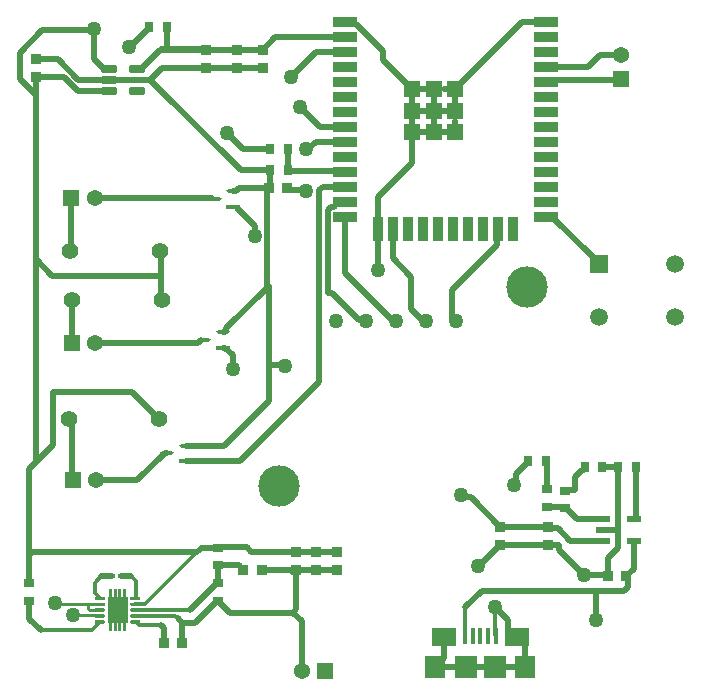
<source format=gtl>
G04*
G04 #@! TF.GenerationSoftware,Altium Limited,Altium Designer,20.1.14 (287)*
G04*
G04 Layer_Physical_Order=1*
G04 Layer_Color=255*
%FSLAX44Y44*%
%MOMM*%
G71*
G04*
G04 #@! TF.SameCoordinates,F73B8E14-7BBA-4DA7-B101-32C151AF21F3*
G04*
G04*
G04 #@! TF.FilePolarity,Positive*
G04*
G01*
G75*
G04:AMPARAMS|DCode=16|XSize=1.35mm|YSize=0.6mm|CornerRadius=0.075mm|HoleSize=0mm|Usage=FLASHONLY|Rotation=0.000|XOffset=0mm|YOffset=0mm|HoleType=Round|Shape=RoundedRectangle|*
%AMROUNDEDRECTD16*
21,1,1.3500,0.4500,0,0,0.0*
21,1,1.2000,0.6000,0,0,0.0*
1,1,0.1500,0.6000,-0.2250*
1,1,0.1500,-0.6000,-0.2250*
1,1,0.1500,-0.6000,0.2250*
1,1,0.1500,0.6000,0.2250*
%
%ADD16ROUNDEDRECTD16*%
%ADD17R,1.2700X0.5588*%
%ADD18R,0.8500X0.8500*%
%ADD19R,2.0000X0.9000*%
%ADD20R,0.9000X2.0000*%
%ADD21R,1.3300X1.3300*%
%ADD22R,0.7000X0.9000*%
%ADD23R,1.1640X0.3358*%
G04:AMPARAMS|DCode=24|XSize=1.164mm|YSize=0.3358mm|CornerRadius=0.1679mm|HoleSize=0mm|Usage=FLASHONLY|Rotation=180.000|XOffset=0mm|YOffset=0mm|HoleType=Round|Shape=RoundedRectangle|*
%AMROUNDEDRECTD24*
21,1,1.1640,0.0000,0,0,180.0*
21,1,0.8281,0.3358,0,0,180.0*
1,1,0.3358,-0.4141,0.0000*
1,1,0.3358,0.4141,0.0000*
1,1,0.3358,0.4141,0.0000*
1,1,0.3358,-0.4141,0.0000*
%
%ADD24ROUNDEDRECTD24*%
%ADD25R,0.5000X0.2000*%
%ADD26R,0.5000X0.5000*%
%ADD27R,1.8000X1.9000*%
%ADD28R,1.9000X1.9000*%
%ADD29R,2.1000X1.6000*%
%ADD30R,0.4000X1.3500*%
%ADD31R,0.5000X0.3000*%
%ADD32R,0.8500X0.8500*%
%ADD33R,0.9000X0.7000*%
%ADD62C,0.5000*%
%ADD63C,0.3000*%
%ADD64C,0.2500*%
%ADD65C,1.4980*%
%ADD66R,1.4980X1.4980*%
%ADD67C,0.3000*%
%ADD68R,1.3680X1.3680*%
%ADD69C,1.3680*%
%ADD70C,0.4000*%
%ADD71C,1.4000*%
%ADD72R,1.3680X1.3680*%
%ADD73C,1.2700*%
%ADD74C,3.5000*%
G36*
X141165Y60616D02*
X141238Y60610D01*
X141311Y60601D01*
X141383Y60587D01*
X141454Y60570D01*
X141525Y60550D01*
X141594Y60525D01*
X141661Y60497D01*
X141728Y60465D01*
X141792Y60430D01*
X141854Y60392D01*
X141915Y60351D01*
X141973Y60306D01*
X142029Y60258D01*
X142082Y60208D01*
X142132Y60155D01*
X142180Y60099D01*
X142225Y60041D01*
X142266Y59981D01*
X142304Y59918D01*
X142339Y59854D01*
X142371Y59788D01*
X142399Y59720D01*
X142423Y59651D01*
X142444Y59580D01*
X142461Y59509D01*
X142475Y59437D01*
X142484Y59364D01*
X142490Y59291D01*
X142492Y59218D01*
X142490Y59145D01*
X142484Y59072D01*
X142475Y58999D01*
X142461Y58927D01*
X142444Y58856D01*
X142423Y58785D01*
X142399Y58716D01*
X142371Y58649D01*
X142339Y58582D01*
X142304Y58518D01*
X142266Y58456D01*
X142225Y58395D01*
X142180Y58337D01*
X142132Y58281D01*
X142082Y58228D01*
X142029Y58178D01*
X141973Y58130D01*
X141915Y58085D01*
X141854Y58044D01*
X141792Y58006D01*
X141728Y57971D01*
X141661Y57939D01*
X141594Y57911D01*
X141525Y57887D01*
X141454Y57866D01*
X141383Y57849D01*
X141311Y57835D01*
X141238Y57826D01*
X141165Y57820D01*
X141092Y57818D01*
X133992D01*
Y60618D01*
X141092D01*
X141165Y60616D01*
D02*
G37*
G36*
Y65616D02*
X141238Y65610D01*
X141311Y65601D01*
X141383Y65587D01*
X141454Y65570D01*
X141525Y65550D01*
X141594Y65525D01*
X141661Y65497D01*
X141728Y65465D01*
X141792Y65430D01*
X141854Y65392D01*
X141915Y65351D01*
X141973Y65306D01*
X142029Y65258D01*
X142082Y65208D01*
X142132Y65155D01*
X142180Y65099D01*
X142225Y65041D01*
X142266Y64981D01*
X142304Y64918D01*
X142339Y64854D01*
X142371Y64787D01*
X142399Y64720D01*
X142423Y64651D01*
X142444Y64580D01*
X142461Y64509D01*
X142475Y64437D01*
X142484Y64364D01*
X142490Y64291D01*
X142492Y64218D01*
X142490Y64145D01*
X142484Y64072D01*
X142475Y63999D01*
X142461Y63927D01*
X142444Y63856D01*
X142423Y63785D01*
X142399Y63716D01*
X142371Y63649D01*
X142339Y63582D01*
X142304Y63518D01*
X142266Y63456D01*
X142225Y63395D01*
X142180Y63337D01*
X142132Y63281D01*
X142082Y63228D01*
X142029Y63178D01*
X141973Y63130D01*
X141915Y63085D01*
X141854Y63044D01*
X141792Y63006D01*
X141728Y62971D01*
X141661Y62939D01*
X141594Y62911D01*
X141525Y62887D01*
X141454Y62866D01*
X141383Y62849D01*
X141311Y62835D01*
X141238Y62826D01*
X141165Y62820D01*
X141092Y62818D01*
X133992D01*
Y65618D01*
X141092D01*
X141165Y65616D01*
D02*
G37*
G36*
Y70616D02*
X141238Y70610D01*
X141311Y70601D01*
X141383Y70587D01*
X141454Y70570D01*
X141525Y70550D01*
X141594Y70525D01*
X141661Y70497D01*
X141728Y70465D01*
X141792Y70430D01*
X141854Y70392D01*
X141915Y70351D01*
X141973Y70306D01*
X142029Y70258D01*
X142082Y70208D01*
X142132Y70155D01*
X142180Y70099D01*
X142225Y70041D01*
X142266Y69981D01*
X142304Y69918D01*
X142339Y69854D01*
X142371Y69788D01*
X142399Y69720D01*
X142423Y69651D01*
X142444Y69580D01*
X142461Y69509D01*
X142475Y69437D01*
X142484Y69364D01*
X142490Y69291D01*
X142492Y69218D01*
X142490Y69145D01*
X142484Y69072D01*
X142475Y68999D01*
X142461Y68927D01*
X142444Y68856D01*
X142423Y68785D01*
X142399Y68716D01*
X142371Y68649D01*
X142339Y68582D01*
X142304Y68518D01*
X142266Y68456D01*
X142225Y68395D01*
X142180Y68337D01*
X142132Y68281D01*
X142082Y68228D01*
X142029Y68178D01*
X141973Y68130D01*
X141915Y68085D01*
X141854Y68044D01*
X141792Y68006D01*
X141728Y67971D01*
X141661Y67939D01*
X141594Y67911D01*
X141525Y67887D01*
X141454Y67866D01*
X141383Y67849D01*
X141311Y67835D01*
X141238Y67826D01*
X141165Y67820D01*
X141092Y67818D01*
X133992D01*
Y70618D01*
X141092D01*
X141165Y70616D01*
D02*
G37*
G36*
Y75616D02*
X141238Y75610D01*
X141311Y75601D01*
X141383Y75587D01*
X141454Y75570D01*
X141525Y75550D01*
X141594Y75525D01*
X141661Y75497D01*
X141728Y75465D01*
X141792Y75430D01*
X141854Y75392D01*
X141915Y75351D01*
X141973Y75306D01*
X142029Y75258D01*
X142082Y75208D01*
X142132Y75155D01*
X142180Y75099D01*
X142225Y75041D01*
X142266Y74981D01*
X142304Y74918D01*
X142339Y74854D01*
X142371Y74788D01*
X142399Y74720D01*
X142423Y74651D01*
X142444Y74580D01*
X142461Y74509D01*
X142475Y74437D01*
X142484Y74364D01*
X142490Y74291D01*
X142492Y74218D01*
X142490Y74145D01*
X142484Y74072D01*
X142475Y73999D01*
X142461Y73927D01*
X142444Y73856D01*
X142423Y73785D01*
X142399Y73716D01*
X142371Y73649D01*
X142339Y73582D01*
X142304Y73518D01*
X142266Y73456D01*
X142225Y73395D01*
X142180Y73337D01*
X142132Y73281D01*
X142082Y73228D01*
X142029Y73178D01*
X141973Y73130D01*
X141915Y73085D01*
X141854Y73044D01*
X141792Y73006D01*
X141728Y72971D01*
X141661Y72939D01*
X141594Y72911D01*
X141525Y72887D01*
X141454Y72866D01*
X141383Y72849D01*
X141311Y72835D01*
X141238Y72826D01*
X141165Y72820D01*
X141092Y72818D01*
X133992D01*
Y75618D01*
X141092D01*
X141165Y75616D01*
D02*
G37*
G36*
Y80616D02*
X141238Y80610D01*
X141311Y80601D01*
X141383Y80587D01*
X141454Y80570D01*
X141525Y80549D01*
X141594Y80525D01*
X141661Y80497D01*
X141728Y80465D01*
X141792Y80430D01*
X141854Y80392D01*
X141915Y80351D01*
X141973Y80306D01*
X142029Y80258D01*
X142082Y80208D01*
X142132Y80155D01*
X142180Y80099D01*
X142225Y80041D01*
X142266Y79981D01*
X142304Y79918D01*
X142339Y79854D01*
X142371Y79787D01*
X142399Y79720D01*
X142423Y79651D01*
X142444Y79580D01*
X142461Y79509D01*
X142475Y79437D01*
X142484Y79364D01*
X142490Y79291D01*
X142492Y79218D01*
X142490Y79145D01*
X142484Y79072D01*
X142475Y78999D01*
X142461Y78927D01*
X142444Y78856D01*
X142423Y78785D01*
X142399Y78716D01*
X142371Y78649D01*
X142339Y78582D01*
X142304Y78518D01*
X142266Y78456D01*
X142225Y78395D01*
X142180Y78337D01*
X142132Y78281D01*
X142082Y78228D01*
X142029Y78178D01*
X141973Y78130D01*
X141915Y78085D01*
X141854Y78044D01*
X141792Y78006D01*
X141728Y77971D01*
X141661Y77939D01*
X141594Y77911D01*
X141525Y77887D01*
X141454Y77866D01*
X141383Y77849D01*
X141311Y77835D01*
X141238Y77826D01*
X141165Y77820D01*
X141092Y77818D01*
X133992D01*
Y80618D01*
X141092D01*
X141165Y80616D01*
D02*
G37*
G36*
X160242Y79968D02*
X161492D01*
Y58468D01*
X160242D01*
Y51468D01*
X157742D01*
Y58468D01*
X156242D01*
Y51468D01*
X153742D01*
Y58468D01*
X152242D01*
Y51468D01*
X149742D01*
Y58468D01*
X148242D01*
Y51468D01*
X145742D01*
Y58468D01*
X144492D01*
Y79968D01*
X145742D01*
Y86968D01*
X148242D01*
Y79968D01*
X149742D01*
Y86968D01*
X152242D01*
Y79968D01*
X153742D01*
Y86968D01*
X156242D01*
Y79968D01*
X157742D01*
Y86968D01*
X160242D01*
Y79968D01*
D02*
G37*
G36*
X171992Y77818D02*
X164892D01*
X164819Y77820D01*
X164746Y77826D01*
X164673Y77835D01*
X164601Y77849D01*
X164530Y77866D01*
X164459Y77887D01*
X164390Y77911D01*
X164323Y77939D01*
X164256Y77971D01*
X164192Y78006D01*
X164130Y78044D01*
X164069Y78085D01*
X164011Y78130D01*
X163955Y78178D01*
X163902Y78228D01*
X163852Y78281D01*
X163804Y78337D01*
X163759Y78395D01*
X163718Y78456D01*
X163680Y78518D01*
X163645Y78582D01*
X163613Y78649D01*
X163585Y78716D01*
X163561Y78785D01*
X163540Y78856D01*
X163523Y78927D01*
X163509Y78999D01*
X163500Y79072D01*
X163494Y79145D01*
X163492Y79218D01*
X163494Y79291D01*
X163500Y79364D01*
X163509Y79437D01*
X163523Y79509D01*
X163540Y79580D01*
X163561Y79651D01*
X163585Y79720D01*
X163613Y79787D01*
X163645Y79854D01*
X163680Y79918D01*
X163718Y79981D01*
X163759Y80041D01*
X163804Y80099D01*
X163852Y80155D01*
X163902Y80208D01*
X163955Y80258D01*
X164011Y80306D01*
X164069Y80351D01*
X164130Y80392D01*
X164192Y80430D01*
X164256Y80465D01*
X164323Y80497D01*
X164390Y80525D01*
X164459Y80549D01*
X164530Y80570D01*
X164601Y80587D01*
X164673Y80601D01*
X164746Y80610D01*
X164819Y80616D01*
X164892Y80618D01*
X171992D01*
Y77818D01*
D02*
G37*
G36*
Y72818D02*
X164892D01*
X164819Y72820D01*
X164746Y72826D01*
X164673Y72835D01*
X164601Y72849D01*
X164530Y72866D01*
X164459Y72887D01*
X164390Y72911D01*
X164323Y72939D01*
X164256Y72971D01*
X164192Y73006D01*
X164130Y73044D01*
X164069Y73085D01*
X164011Y73130D01*
X163955Y73178D01*
X163902Y73228D01*
X163852Y73281D01*
X163804Y73337D01*
X163759Y73395D01*
X163718Y73456D01*
X163680Y73518D01*
X163645Y73582D01*
X163613Y73649D01*
X163585Y73716D01*
X163561Y73785D01*
X163540Y73856D01*
X163523Y73927D01*
X163509Y73999D01*
X163500Y74072D01*
X163494Y74145D01*
X163492Y74218D01*
X163494Y74291D01*
X163500Y74364D01*
X163509Y74437D01*
X163523Y74509D01*
X163540Y74580D01*
X163561Y74651D01*
X163585Y74720D01*
X163613Y74788D01*
X163645Y74854D01*
X163680Y74918D01*
X163718Y74981D01*
X163759Y75041D01*
X163804Y75099D01*
X163852Y75155D01*
X163902Y75208D01*
X163955Y75258D01*
X164011Y75306D01*
X164069Y75351D01*
X164130Y75392D01*
X164192Y75430D01*
X164256Y75465D01*
X164323Y75497D01*
X164390Y75525D01*
X164459Y75550D01*
X164530Y75570D01*
X164601Y75587D01*
X164673Y75601D01*
X164746Y75610D01*
X164819Y75616D01*
X164892Y75618D01*
X171992D01*
Y72818D01*
D02*
G37*
G36*
Y67818D02*
X164892D01*
X164819Y67820D01*
X164746Y67826D01*
X164673Y67835D01*
X164601Y67849D01*
X164530Y67866D01*
X164459Y67887D01*
X164390Y67911D01*
X164323Y67939D01*
X164256Y67971D01*
X164192Y68006D01*
X164130Y68044D01*
X164069Y68085D01*
X164011Y68130D01*
X163955Y68178D01*
X163902Y68228D01*
X163852Y68281D01*
X163804Y68337D01*
X163759Y68395D01*
X163718Y68456D01*
X163680Y68518D01*
X163645Y68582D01*
X163613Y68649D01*
X163585Y68716D01*
X163561Y68785D01*
X163540Y68856D01*
X163523Y68927D01*
X163509Y68999D01*
X163500Y69072D01*
X163494Y69145D01*
X163492Y69218D01*
X163494Y69291D01*
X163500Y69364D01*
X163509Y69437D01*
X163523Y69509D01*
X163540Y69580D01*
X163561Y69651D01*
X163585Y69720D01*
X163613Y69788D01*
X163645Y69854D01*
X163680Y69918D01*
X163718Y69981D01*
X163759Y70041D01*
X163804Y70099D01*
X163852Y70155D01*
X163902Y70208D01*
X163955Y70258D01*
X164011Y70306D01*
X164069Y70351D01*
X164130Y70392D01*
X164192Y70430D01*
X164256Y70465D01*
X164323Y70497D01*
X164390Y70525D01*
X164459Y70550D01*
X164530Y70570D01*
X164601Y70587D01*
X164673Y70601D01*
X164746Y70610D01*
X164819Y70616D01*
X164892Y70618D01*
X171992D01*
Y67818D01*
D02*
G37*
G36*
Y62818D02*
X164892D01*
X164819Y62820D01*
X164746Y62826D01*
X164673Y62835D01*
X164601Y62849D01*
X164530Y62866D01*
X164459Y62887D01*
X164390Y62911D01*
X164323Y62939D01*
X164256Y62971D01*
X164192Y63006D01*
X164130Y63044D01*
X164069Y63085D01*
X164011Y63130D01*
X163955Y63178D01*
X163902Y63228D01*
X163852Y63281D01*
X163804Y63337D01*
X163759Y63395D01*
X163718Y63456D01*
X163680Y63518D01*
X163645Y63582D01*
X163613Y63649D01*
X163585Y63716D01*
X163561Y63785D01*
X163540Y63856D01*
X163523Y63927D01*
X163509Y63999D01*
X163500Y64072D01*
X163494Y64145D01*
X163492Y64218D01*
X163494Y64291D01*
X163500Y64364D01*
X163509Y64437D01*
X163523Y64509D01*
X163540Y64580D01*
X163561Y64651D01*
X163585Y64720D01*
X163613Y64787D01*
X163645Y64854D01*
X163680Y64918D01*
X163718Y64981D01*
X163759Y65041D01*
X163804Y65099D01*
X163852Y65155D01*
X163902Y65208D01*
X163955Y65258D01*
X164011Y65306D01*
X164069Y65351D01*
X164130Y65392D01*
X164192Y65430D01*
X164256Y65465D01*
X164323Y65497D01*
X164390Y65525D01*
X164459Y65550D01*
X164530Y65570D01*
X164601Y65587D01*
X164673Y65601D01*
X164746Y65610D01*
X164819Y65616D01*
X164892Y65618D01*
X171992D01*
Y62818D01*
D02*
G37*
G36*
Y57818D02*
X164892D01*
X164819Y57820D01*
X164746Y57826D01*
X164673Y57835D01*
X164601Y57849D01*
X164530Y57866D01*
X164459Y57887D01*
X164390Y57911D01*
X164323Y57939D01*
X164256Y57971D01*
X164192Y58006D01*
X164130Y58044D01*
X164069Y58085D01*
X164011Y58130D01*
X163955Y58178D01*
X163902Y58228D01*
X163852Y58281D01*
X163804Y58337D01*
X163759Y58395D01*
X163718Y58456D01*
X163680Y58518D01*
X163645Y58582D01*
X163613Y58649D01*
X163585Y58716D01*
X163561Y58785D01*
X163540Y58856D01*
X163523Y58927D01*
X163509Y58999D01*
X163500Y59072D01*
X163494Y59145D01*
X163492Y59218D01*
X163494Y59291D01*
X163500Y59364D01*
X163509Y59437D01*
X163523Y59509D01*
X163540Y59580D01*
X163561Y59651D01*
X163585Y59720D01*
X163613Y59788D01*
X163645Y59854D01*
X163680Y59918D01*
X163718Y59981D01*
X163759Y60041D01*
X163804Y60099D01*
X163852Y60155D01*
X163902Y60208D01*
X163955Y60258D01*
X164011Y60306D01*
X164069Y60351D01*
X164130Y60392D01*
X164192Y60430D01*
X164256Y60465D01*
X164323Y60497D01*
X164390Y60525D01*
X164459Y60550D01*
X164530Y60570D01*
X164601Y60587D01*
X164673Y60601D01*
X164746Y60610D01*
X164819Y60616D01*
X164892Y60618D01*
X171992D01*
Y57818D01*
D02*
G37*
D16*
X145630Y527660D02*
D03*
Y518160D02*
D03*
Y508660D02*
D03*
X169330D02*
D03*
Y527660D02*
D03*
D17*
X564388Y146558D02*
D03*
Y137160D02*
D03*
Y127762D02*
D03*
X590296D02*
D03*
Y146558D02*
D03*
D18*
X339000Y118290D02*
D03*
Y102790D02*
D03*
X517652Y139830D02*
D03*
Y124330D02*
D03*
X304202Y103298D02*
D03*
Y118798D02*
D03*
X84074Y536070D02*
D03*
Y520570D02*
D03*
X227584Y528190D02*
D03*
Y543690D02*
D03*
X477012Y124330D02*
D03*
Y139830D02*
D03*
X275844Y528320D02*
D03*
Y543820D02*
D03*
X254254Y528320D02*
D03*
Y543820D02*
D03*
X320712Y118668D02*
D03*
Y103168D02*
D03*
D19*
X345562Y567190D02*
D03*
Y554490D02*
D03*
Y541790D02*
D03*
Y529090D02*
D03*
Y516390D02*
D03*
Y503690D02*
D03*
Y490990D02*
D03*
Y478290D02*
D03*
Y465590D02*
D03*
Y452890D02*
D03*
Y440190D02*
D03*
Y427490D02*
D03*
Y414790D02*
D03*
Y402090D02*
D03*
X515562D02*
D03*
Y414790D02*
D03*
Y427490D02*
D03*
Y440190D02*
D03*
Y452890D02*
D03*
Y465590D02*
D03*
Y478290D02*
D03*
Y490990D02*
D03*
Y503690D02*
D03*
Y516390D02*
D03*
Y529090D02*
D03*
Y541790D02*
D03*
Y554490D02*
D03*
Y567190D02*
D03*
D20*
X373412Y392090D02*
D03*
X386112D02*
D03*
X398812D02*
D03*
X411512D02*
D03*
X424212D02*
D03*
X436912D02*
D03*
X449612D02*
D03*
X462312D02*
D03*
X475012D02*
D03*
X487712D02*
D03*
D21*
X402212Y510540D02*
D03*
X420562D02*
D03*
X438912D02*
D03*
X402212Y492190D02*
D03*
X420562D02*
D03*
X438912D02*
D03*
X402212Y473840D02*
D03*
X420562D02*
D03*
X438912D02*
D03*
D22*
X297448Y441706D02*
D03*
X282448D02*
D03*
X515500Y195580D02*
D03*
X500500D02*
D03*
X563506Y190246D02*
D03*
X548506D02*
D03*
X591954Y190754D02*
D03*
X576954D02*
D03*
X194444Y562864D02*
D03*
X179444D02*
D03*
X282194Y459486D02*
D03*
X297194D02*
D03*
D23*
X250779Y410822D02*
D03*
X210647Y195430D02*
D03*
X241889Y291442D02*
D03*
D24*
X250779Y423822D02*
D03*
X235377Y417322D02*
D03*
X195245Y201930D02*
D03*
X210647Y208430D02*
D03*
X226487Y297942D02*
D03*
X241889Y304442D02*
D03*
D25*
X167742Y79218D02*
D03*
Y74218D02*
D03*
Y69218D02*
D03*
Y64218D02*
D03*
Y59218D02*
D03*
X138242D02*
D03*
Y64218D02*
D03*
Y69218D02*
D03*
Y74218D02*
D03*
Y79218D02*
D03*
D26*
X152992Y69218D02*
D03*
D27*
X498186Y20828D02*
D03*
X422186D02*
D03*
D28*
X472186D02*
D03*
X448186D02*
D03*
D29*
X491186Y46328D02*
D03*
X429186D02*
D03*
D30*
X473186Y47578D02*
D03*
X447186D02*
D03*
X466686D02*
D03*
X453686D02*
D03*
X460186D02*
D03*
D31*
X155500Y98094D02*
D03*
X148500D02*
D03*
D32*
X207812Y41198D02*
D03*
X192312D02*
D03*
X275122Y103428D02*
D03*
X259622D02*
D03*
X583822Y97790D02*
D03*
X568322D02*
D03*
X296548Y426212D02*
D03*
X281048D02*
D03*
D33*
X238162Y122118D02*
D03*
Y107118D02*
D03*
X238162Y91758D02*
D03*
Y76758D02*
D03*
X78142Y91878D02*
D03*
Y76878D02*
D03*
X516382Y156330D02*
D03*
Y171330D02*
D03*
X531876Y170314D02*
D03*
Y155314D02*
D03*
D62*
X134300Y295148D02*
X221194D01*
X223988Y297942D01*
X114300Y295148D02*
Y331470D01*
X97783Y352425D02*
X189865D01*
X84074Y194936D02*
Y366134D01*
Y505004D01*
Y366134D02*
X97783Y352425D01*
X78142Y189004D02*
X84074Y194936D01*
X98418Y209280D01*
X304202Y118668D02*
X320712D01*
X266102D02*
X304202D01*
X472710Y71612D02*
X483186Y61136D01*
X472186Y72136D02*
X472710Y71612D01*
X488686Y46328D02*
X491186D01*
X483186Y51828D02*
X488686Y46328D01*
X483186Y51828D02*
Y61136D01*
X498186Y20828D02*
Y40828D01*
X492686Y46328D02*
X498186Y40828D01*
X491186Y46328D02*
X492686D01*
X472186Y20828D02*
X498186D01*
X448186D02*
X472186D01*
X422186D02*
X448186D01*
X429186Y28328D02*
Y46328D01*
X422186Y21328D02*
X429186Y28328D01*
X422186Y20828D02*
Y21328D01*
X447186Y71520D02*
X461264Y85598D01*
X584962Y88527D02*
Y96650D01*
X582033Y85598D02*
X584962Y88527D01*
X461264Y85598D02*
X582033D01*
X583822Y97790D02*
X584962Y96650D01*
X583822Y97790D02*
X590296Y104264D01*
X458916Y106234D02*
X477012Y124330D01*
X304202Y103168D02*
X320712D01*
X302452Y103428D02*
X303457Y102423D01*
X515562Y402090D02*
X521062D01*
X555334Y367818D01*
Y366940D02*
Y367818D01*
Y366940D02*
X560324Y361950D01*
X429737Y510540D02*
X438912D01*
Y473840D02*
Y483015D01*
X355053Y565190D02*
X377645Y542597D01*
Y535107D02*
Y542597D01*
Y535107D02*
X402212Y510540D01*
X438912D02*
X495562Y567190D01*
X515562D01*
X411387Y510540D02*
X420562D01*
X402212D02*
X411387D01*
X402212Y492190D02*
Y501365D01*
Y510540D01*
X357196Y315214D02*
X362966D01*
X334658Y337752D02*
X357196Y315214D01*
X345562Y354970D02*
X386334Y314198D01*
X345562Y354970D02*
Y402090D01*
X411226Y313944D02*
Y314147D01*
X401534Y323839D02*
Y351576D01*
Y323839D02*
X411226Y314147D01*
X331538Y337752D02*
X334658D01*
X331538D02*
Y408257D01*
X436118Y313690D02*
Y340106D01*
X474004Y391082D02*
X475012Y392090D01*
X474004Y377992D02*
Y391082D01*
X436118Y340106D02*
X474004Y377992D01*
X386112Y366998D02*
X401534Y351576D01*
X500500Y194580D02*
Y195580D01*
X490423Y184503D02*
X500500Y194580D01*
X490423Y176733D02*
Y184503D01*
X488950Y175260D02*
X490423Y176733D01*
X81071Y118668D02*
X220620D01*
X531876Y170314D02*
X532876Y171314D01*
X540496D01*
X540512Y171330D01*
X531876Y155314D02*
X532876D01*
X530876D02*
X531876D01*
X532876D02*
X541632Y146558D01*
X516382Y156330D02*
X529860D01*
X530876Y155314D01*
X540512Y171330D02*
Y182252D01*
X546506Y188246D01*
X547506D01*
X548506Y189246D01*
Y190246D01*
X576700Y190500D02*
X576954Y190754D01*
X563760Y190500D02*
X576700D01*
X563506Y190246D02*
X563760Y190500D01*
X515500Y195580D02*
X516382Y194698D01*
X576954Y136906D02*
Y190754D01*
X516382Y171330D02*
Y194698D01*
X488950Y175260D02*
Y177344D01*
X547878Y98806D02*
X567306D01*
X568322Y97790D01*
X526672Y120012D02*
X547878Y98806D01*
X386112Y366998D02*
Y392090D01*
X98418Y209280D02*
Y254000D01*
X165100D02*
X187960Y231140D01*
X98418Y254000D02*
X165100D01*
X111760Y231140D02*
X114701Y228199D01*
Y179249D02*
Y228199D01*
X189865Y352425D02*
Y372745D01*
Y332105D02*
Y352425D01*
X189230Y373380D02*
X189865Y372745D01*
Y332105D02*
X190500Y331470D01*
X373412Y356870D02*
Y392090D01*
Y419240D01*
X333895Y410614D02*
X335886D01*
X331538Y408257D02*
X333895Y410614D01*
X340062Y414790D02*
X345562D01*
X335886Y410614D02*
X340062Y414790D01*
X256898Y195430D02*
X323850Y262382D01*
X326779Y427490D02*
X345562D01*
X323850Y424561D02*
X326779Y427490D01*
X323850Y262382D02*
Y424561D01*
X296548Y426212D02*
X297183Y426847D01*
X311404Y425196D02*
X312420Y424180D01*
X297564Y425196D02*
X311404D01*
X78142Y115739D02*
Y189004D01*
X301273Y67106D02*
X308770Y59609D01*
Y17360D02*
Y59609D01*
X78142Y61907D02*
X87929Y52120D01*
X411387Y492190D02*
X420562D01*
X402212D02*
X411387D01*
X402212Y483015D02*
Y492190D01*
Y473840D02*
Y483015D01*
X429737Y492190D02*
X438912D01*
X420562D02*
X429737D01*
X420562Y501365D02*
Y510540D01*
Y492190D02*
Y501365D01*
Y483015D02*
Y492190D01*
Y473840D02*
Y483015D01*
X429737Y473840D02*
X438912D01*
X420562D02*
X429737D01*
X411387D02*
X420562D01*
X402212D02*
X411387D01*
X438912Y501365D02*
Y510540D01*
Y492190D02*
Y501365D01*
X296548Y426212D02*
X297564Y425196D01*
X320810Y541790D02*
X345562D01*
X299720Y520700D02*
X320810Y541790D01*
X324350Y478290D02*
X345562D01*
X307340Y495300D02*
X324350Y478290D01*
X245618Y472948D02*
X259080Y459486D01*
X282194D01*
X281748Y426912D02*
Y441406D01*
X281448Y441706D02*
X281748Y441406D01*
X257303Y441706D02*
X281448D01*
X180849Y518160D02*
X257303Y441706D01*
X312166Y459232D02*
X314250D01*
X345062Y466090D02*
X345562Y465590D01*
X320608D02*
X345562D01*
X314250Y459232D02*
X320608Y465590D01*
X179444Y561864D02*
Y562864D01*
X163680Y546100D02*
X179444Y561864D01*
X162560Y546100D02*
X163680D01*
X180849Y518160D02*
X190879Y528190D01*
X145630Y518160D02*
X180849D01*
X119902D02*
X145630D01*
X102362Y535700D02*
X119902Y518160D01*
X141880Y527660D02*
X145630D01*
X133350Y536190D02*
X141880Y527660D01*
X133350Y536190D02*
Y561340D01*
X169330Y527660D02*
X173080D01*
X189110Y543690D01*
X227584D01*
X84074Y520570D02*
X107897D01*
X119807Y508660D01*
X145630D01*
X189484Y544330D02*
X189484Y544330D01*
X320712Y103168D02*
X320901Y102979D01*
X338811D01*
X339000Y102790D01*
X320712Y118668D02*
X320901Y118479D01*
X338811D01*
X339000Y118290D01*
X132334Y560324D02*
X133350Y561340D01*
X89408Y560324D02*
X132334D01*
X576954Y121971D02*
Y136906D01*
X564388Y137160D02*
X576700D01*
X576954Y136906D01*
X568322Y113339D02*
X576954Y121971D01*
X591954Y146852D02*
Y190754D01*
X591660Y146558D02*
X591954Y146852D01*
X590296Y146558D02*
X591660D01*
X281048Y277114D02*
Y343601D01*
Y246504D02*
Y277114D01*
X293878D02*
X295148Y275844D01*
X281048Y277114D02*
X293878D01*
X210647Y195430D02*
X256898D01*
X279400Y341953D02*
X281048Y343601D01*
X245209Y307762D02*
X279400Y341953D01*
X526672Y120012D02*
Y124330D01*
X269026Y386334D02*
X269748Y387056D01*
Y394352D01*
X254099Y410001D02*
X269748Y394352D01*
X241889Y291442D02*
X244388D01*
X250444Y273050D02*
Y285386D01*
X244388Y291442D02*
X250444Y285386D01*
X286514Y554490D02*
X345562D01*
X275844Y543820D02*
X286514Y554490D01*
X114758Y178772D02*
X114968Y178982D01*
X114701Y179249D02*
X114968Y178982D01*
X241889Y304442D02*
X244388D01*
X245209Y305263D01*
X281048Y426212D02*
X281748Y426912D01*
X279400Y424564D02*
X281048Y426212D01*
X297321Y441833D02*
X297448Y441706D01*
X298206Y440948D01*
X297194Y459486D02*
X297321Y459359D01*
X344804Y440948D02*
X345562Y440190D01*
Y567190D02*
X347562Y565190D01*
X84074Y536070D02*
X84444Y535700D01*
X179444Y562864D02*
Y563864D01*
X178444Y564864D02*
X179444Y563864D01*
X194056Y544330D02*
X194444Y544718D01*
X254189Y528255D02*
X254254Y528320D01*
X254189Y543755D02*
X254254Y543820D01*
X78142Y115739D02*
X81071Y118668D01*
X99732Y75488D02*
X101002Y74218D01*
X155500Y98094D02*
X163994D01*
X203872Y62344D02*
X207812Y58404D01*
X221890Y119938D02*
X222406Y120454D01*
X237162Y76758D02*
X238162D01*
Y107118D02*
X238162Y107118D01*
Y122118D02*
X238522Y122478D01*
X255932Y107118D02*
X259622Y103428D01*
X262292Y122478D02*
X266102Y118668D01*
X303457Y102423D02*
X304202Y101678D01*
X301052Y101548D02*
X302582D01*
X303457Y102423D01*
X245209Y305263D02*
Y307762D01*
X297321Y441833D02*
Y459359D01*
X402212Y448040D02*
Y473840D01*
X70104Y518974D02*
Y541020D01*
Y518974D02*
X84074Y505004D01*
Y520570D01*
X445465Y164897D02*
X451945D01*
X443992Y166370D02*
X445465Y164897D01*
X194444Y544718D02*
Y562864D01*
X568322Y100330D02*
Y113339D01*
X590296Y104264D02*
Y127762D01*
X78142Y61907D02*
Y76878D01*
Y91878D02*
Y115739D01*
X207812Y41198D02*
Y58404D01*
X238162Y76758D02*
X247814Y67106D01*
X238162Y91758D02*
Y107118D01*
X237162Y91758D02*
X238162D01*
X301273Y67106D02*
X304202Y70035D01*
X113698Y377724D02*
Y417742D01*
X279400Y341953D02*
Y424564D01*
X304202Y70035D02*
Y101678D01*
X134968Y178982D02*
X169798D01*
X112656Y376682D02*
X113698Y377724D01*
X192746Y201930D02*
X195245D01*
X250779Y423822D02*
X253278D01*
X255668Y426212D01*
X347562Y565190D02*
X355053D01*
X84444Y535700D02*
X102362D01*
X517652Y139830D02*
X518841Y138641D01*
X525569D01*
X516382Y156330D02*
X516382Y156330D01*
X515382Y171330D02*
X516382D01*
X515562Y529090D02*
X551249D01*
X515562Y516390D02*
X516955Y517783D01*
X577981D01*
X579374Y519176D01*
X561335Y539176D02*
X579374D01*
X227584Y528190D02*
X227649Y528255D01*
X190879Y528190D02*
X227584D01*
X226944Y544330D02*
X227584Y543690D01*
X227649Y543755D01*
X189484Y544330D02*
X194056D01*
X226944D01*
X254254Y528320D02*
X275844D01*
X254254Y543820D02*
X275844D01*
X189902Y56820D02*
X192312Y54410D01*
X139356Y98094D02*
X148500D01*
X207812Y58404D02*
X218808D01*
X238162Y107118D02*
X255932D01*
X224070Y122118D02*
X238162D01*
X238522Y122478D02*
X262292D01*
X210647Y208430D02*
X242974D01*
X373412Y419240D02*
X402212Y448040D01*
X541632Y146558D02*
X564388D01*
X525569Y138641D02*
X536448Y127762D01*
X564388D01*
X517652Y124330D02*
X526672D01*
X551249Y529090D02*
X561335Y539176D01*
X192312Y41198D02*
Y54410D01*
X218808Y58404D02*
X237162Y76758D01*
X451945Y164897D02*
X477012Y139830D01*
X558292Y60960D02*
Y85090D01*
X214542Y69138D02*
X237162Y91758D01*
X133698Y417742D02*
X232918D01*
X255668Y426212D02*
X281048D01*
X477012Y139830D02*
X517652D01*
X227649Y528255D02*
X254189D01*
X227649Y543755D02*
X254189D01*
X247814Y67106D02*
X301273D01*
X275122Y103428D02*
X302452D01*
X169798Y178982D02*
X192746Y201930D01*
X477012Y124330D02*
X517652D01*
X70104Y541020D02*
X89408Y560324D01*
X242974Y208430D02*
X281048Y246504D01*
X298206Y440948D02*
X344804D01*
D63*
X472710Y48054D02*
X473186Y47578D01*
X472710Y48054D02*
Y71612D01*
X447186Y47578D02*
Y71520D01*
X131144Y52120D02*
X138242Y59218D01*
X87929Y52120D02*
X131144D01*
X137742Y79218D02*
X138242D01*
X137242Y79718D02*
X137742Y79218D01*
X137242Y79718D02*
Y80218D01*
X133768Y83692D02*
X137242Y80218D01*
X167742Y79218D02*
X168066D01*
X168566Y79718D01*
X163994Y98094D02*
X168566Y93522D01*
X201998Y64218D02*
X203872Y62344D01*
X222406Y120454D02*
X224070Y122118D01*
X220620Y118668D02*
X221890Y119938D01*
X133768Y83692D02*
Y92506D01*
X139356Y98094D01*
X168566Y79718D02*
Y93522D01*
X171416Y56820D02*
X189902D01*
X169018Y59218D02*
X171416Y56820D01*
X167742Y74218D02*
X176170D01*
X171992Y69138D02*
X214542D01*
X167742Y64218D02*
X201998D01*
X176170Y74218D02*
X220620Y118668D01*
D64*
X137992Y64468D02*
X138242Y64218D01*
X136992Y64468D02*
X137992D01*
X136766Y64694D02*
X136992Y64468D01*
X136766Y64694D02*
Y64820D01*
X115480D02*
X136766D01*
X127672Y70602D02*
X129136Y69138D01*
X138162D02*
X138242Y69218D01*
X127672Y70602D02*
Y74218D01*
X129136Y69138D02*
X138162D01*
X127672Y74218D02*
X138242D01*
X101002D02*
X127672D01*
D65*
X560324Y316950D02*
D03*
X625324D02*
D03*
Y361950D02*
D03*
D66*
X560324D02*
D03*
D67*
X411387Y510540D02*
D03*
X429737D02*
D03*
X402212Y501365D02*
D03*
X420562D02*
D03*
X438912D02*
D03*
X411387Y492190D02*
D03*
X429737D02*
D03*
X402212Y483015D02*
D03*
X420562D02*
D03*
X438912D02*
D03*
X411387Y473840D02*
D03*
X429737D02*
D03*
D68*
X114300Y295148D02*
D03*
X328770Y17360D02*
D03*
X114968Y178982D02*
D03*
X113698Y417742D02*
D03*
D69*
X134300Y295148D02*
D03*
X308770Y17360D02*
D03*
X579374Y539176D02*
D03*
X134968Y178982D02*
D03*
X133698Y417742D02*
D03*
D70*
X157992Y64218D02*
D03*
X147992D02*
D03*
X152992Y69218D02*
D03*
X147992Y74218D02*
D03*
X157992D02*
D03*
D71*
X113030Y373380D02*
D03*
X189230D02*
D03*
X111760Y231140D02*
D03*
X187960D02*
D03*
X114300Y331470D02*
D03*
X190500D02*
D03*
D72*
X579374Y519176D02*
D03*
D73*
X458216Y106934D02*
D03*
X472186Y72136D02*
D03*
X337566Y314198D02*
D03*
X362966Y314200D02*
D03*
X388370Y314198D02*
D03*
X413770Y314200D02*
D03*
X439170D02*
D03*
X488950Y175260D02*
D03*
X373412Y356870D02*
D03*
X312420Y424180D02*
D03*
X115480Y64820D02*
D03*
X307340Y495300D02*
D03*
X245618Y472948D02*
D03*
X312166Y459232D02*
D03*
X162560Y546100D02*
D03*
X299720Y520700D02*
D03*
X133350Y561340D02*
D03*
X295148Y275844D02*
D03*
X547878Y98806D02*
D03*
X269026Y386334D02*
D03*
X250444Y273050D02*
D03*
X443992Y166370D02*
D03*
X99732Y75488D02*
D03*
X558292Y60960D02*
D03*
D74*
X289306Y173990D02*
D03*
X499364Y342646D02*
D03*
M02*

</source>
